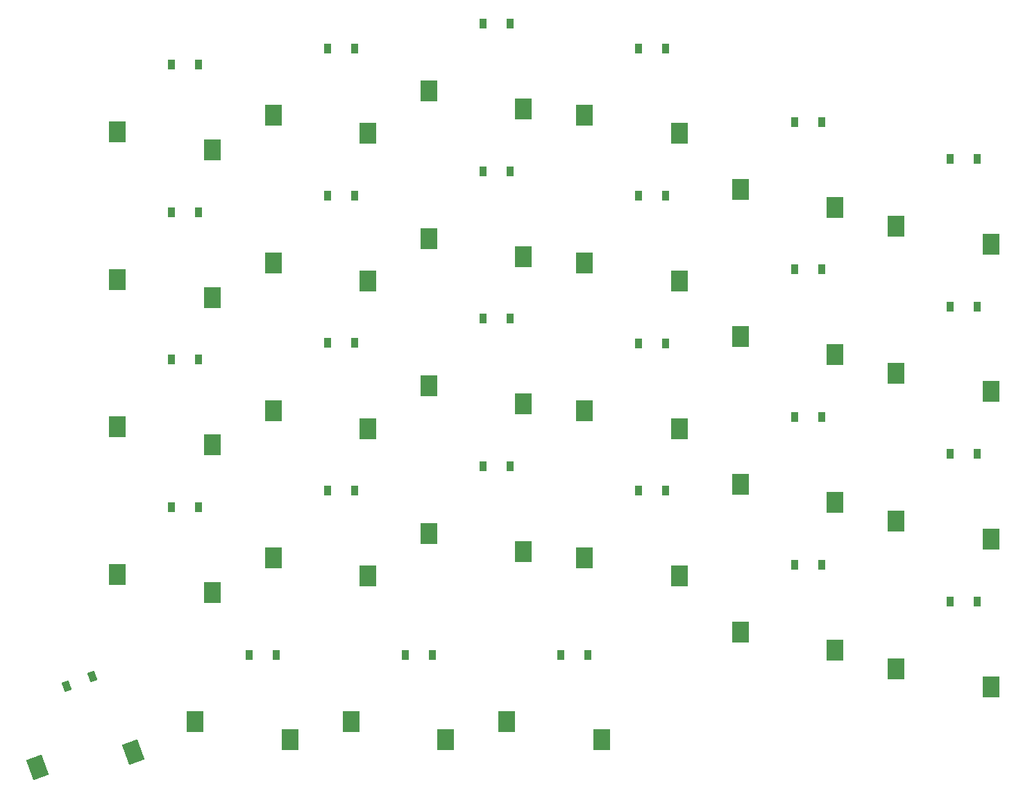
<source format=gbp>
%TF.GenerationSoftware,KiCad,Pcbnew,(6.0.11-0)*%
%TF.CreationDate,2023-02-07T09:45:11+08:00*%
%TF.ProjectId,V4,56342e6b-6963-4616-945f-706362585858,rev?*%
%TF.SameCoordinates,PX7f2c270PY60e4b00*%
%TF.FileFunction,Paste,Bot*%
%TF.FilePolarity,Positive*%
%FSLAX46Y46*%
G04 Gerber Fmt 4.6, Leading zero omitted, Abs format (unit mm)*
G04 Created by KiCad (PCBNEW (6.0.11-0)) date 2023-02-07 09:45:11*
%MOMM*%
%LPD*%
G01*
G04 APERTURE LIST*
G04 Aperture macros list*
%AMRotRect*
0 Rectangle, with rotation*
0 The origin of the aperture is its center*
0 $1 length*
0 $2 width*
0 $3 Rotation angle, in degrees counterclockwise*
0 Add horizontal line*
21,1,$1,$2,0,0,$3*%
G04 Aperture macros list end*
%ADD10R,2.000000X2.600000*%
%ADD11R,0.900000X1.200000*%
%ADD12RotRect,2.000000X2.600000X20.000000*%
%ADD13RotRect,0.900000X1.200000X200.000000*%
G04 APERTURE END LIST*
D10*
%TO.C,SW20*%
X10745000Y16300000D03*
X22302000Y14100000D03*
%TD*%
D11*
%TO.C,D11*%
X77650000Y33500000D03*
X74350000Y33500000D03*
%TD*%
%TO.C,D47*%
X77650000Y-20500000D03*
X74350000Y-20500000D03*
%TD*%
D10*
%TO.C,SW8*%
X10745000Y34300002D03*
X22302000Y32100002D03*
%TD*%
D11*
%TO.C,D32*%
X20650000Y6525000D03*
X17350000Y6525000D03*
%TD*%
D10*
%TO.C,SW11*%
X67745000Y25300000D03*
X79302000Y23100000D03*
%TD*%
%TO.C,SW12*%
X86745000Y20800000D03*
X98302000Y18600000D03*
%TD*%
%TO.C,SW7*%
X-8255000Y32300000D03*
X3302000Y30100000D03*
%TD*%
%TO.C,SW22*%
X48745000Y16300000D03*
X60302000Y14100000D03*
%TD*%
D11*
%TO.C,D21*%
X36350000Y27500000D03*
X39650000Y27500000D03*
%TD*%
D10*
%TO.C,SW58*%
X39245000Y-39700000D03*
X50802000Y-41900000D03*
%TD*%
D11*
%TO.C,D56*%
X11150000Y-31500000D03*
X7850000Y-31500000D03*
%TD*%
%TO.C,D57*%
X30149984Y-31500000D03*
X26849984Y-31500000D03*
%TD*%
D10*
%TO.C,SW44*%
X10745000Y-19700000D03*
X22302000Y-21900000D03*
%TD*%
%TO.C,SW36*%
X86745000Y-15200000D03*
X98302000Y-17400000D03*
%TD*%
D11*
%TO.C,D23*%
X77700000Y15500000D03*
X74400000Y15500000D03*
%TD*%
D10*
%TO.C,SW34*%
X48745000Y-1700000D03*
X60302000Y-3900000D03*
%TD*%
D11*
%TO.C,D31*%
X1649998Y4499997D03*
X-1650002Y4499997D03*
%TD*%
D12*
%TO.C,SW55*%
X-17961688Y-45264239D03*
X-6349216Y-43378836D03*
%TD*%
D11*
%TO.C,D46*%
X58650000Y-11500000D03*
X55350000Y-11500000D03*
%TD*%
%TO.C,D8*%
X20650000Y42500000D03*
X17350000Y42500000D03*
%TD*%
D10*
%TO.C,SW9*%
X29745000Y37299997D03*
X41302000Y35099997D03*
%TD*%
%TO.C,SW21*%
X29745000Y19300000D03*
X41302000Y17100000D03*
%TD*%
%TO.C,SW19*%
X-8255000Y14300000D03*
X3302000Y12100000D03*
%TD*%
D11*
%TO.C,D44*%
X20650000Y-11500000D03*
X17350000Y-11500000D03*
%TD*%
%TO.C,D24*%
X96650000Y11000000D03*
X93350000Y11000000D03*
%TD*%
D10*
%TO.C,SW45*%
X29745000Y-16700000D03*
X41302000Y-18900000D03*
%TD*%
D11*
%TO.C,D35*%
X77650000Y-2500000D03*
X74350000Y-2500000D03*
%TD*%
%TO.C,D43*%
X1649998Y-13500003D03*
X-1650002Y-13500003D03*
%TD*%
%TO.C,D9*%
X36350000Y45500000D03*
X39650000Y45500000D03*
%TD*%
D10*
%TO.C,SW33*%
X29745000Y1300000D03*
X41302000Y-900000D03*
%TD*%
%TO.C,SW24*%
X86745000Y2800000D03*
X98302000Y600000D03*
%TD*%
%TO.C,SW47*%
X67745000Y-28700000D03*
X79302000Y-30900000D03*
%TD*%
D11*
%TO.C,D7*%
X1650000Y40500000D03*
X-1650000Y40500000D03*
%TD*%
%TO.C,D19*%
X1650000Y22500000D03*
X-1650000Y22500000D03*
%TD*%
D10*
%TO.C,SW32*%
X10745000Y-1700000D03*
X22302000Y-3900000D03*
%TD*%
%TO.C,SW10*%
X48745000Y34300000D03*
X60302000Y32100000D03*
%TD*%
%TO.C,SW35*%
X67745000Y-10700000D03*
X79302000Y-12900000D03*
%TD*%
%TO.C,SW43*%
X-8255000Y-21700000D03*
X3302000Y-23900000D03*
%TD*%
%TO.C,SW31*%
X-8255000Y-3700000D03*
X3302000Y-5900000D03*
%TD*%
D11*
%TO.C,D12*%
X96650000Y29000000D03*
X93350000Y29000000D03*
%TD*%
%TO.C,D20*%
X20650000Y24500000D03*
X17350000Y24500000D03*
%TD*%
%TO.C,D33*%
X39650000Y9500000D03*
X36350000Y9500000D03*
%TD*%
%TO.C,D10*%
X58650000Y42500000D03*
X55350000Y42500000D03*
%TD*%
%TO.C,D22*%
X58650000Y24500000D03*
X55350000Y24500000D03*
%TD*%
%TO.C,D45*%
X39650000Y-8500000D03*
X36350000Y-8500000D03*
%TD*%
D10*
%TO.C,SW23*%
X67745000Y7300000D03*
X79302000Y5100000D03*
%TD*%
%TO.C,SW48*%
X86745000Y-33200000D03*
X98302000Y-35400000D03*
%TD*%
%TO.C,SW46*%
X48745000Y-19700000D03*
X60302000Y-21900000D03*
%TD*%
D11*
%TO.C,D58*%
X49150000Y-31500000D03*
X45850000Y-31500000D03*
%TD*%
%TO.C,D34*%
X58650000Y6500000D03*
X55350000Y6500000D03*
%TD*%
D10*
%TO.C,SW56*%
X1244996Y-39700000D03*
X12801996Y-41900000D03*
%TD*%
D13*
%TO.C,D55*%
X-11325842Y-34179306D03*
X-14426828Y-35307972D03*
%TD*%
D10*
%TO.C,SW57*%
X20245000Y-39700000D03*
X31802000Y-41900000D03*
%TD*%
D11*
%TO.C,D36*%
X96650000Y-7000000D03*
X93350000Y-7000000D03*
%TD*%
%TO.C,D48*%
X96650000Y-25000000D03*
X93350000Y-25000000D03*
%TD*%
M02*

</source>
